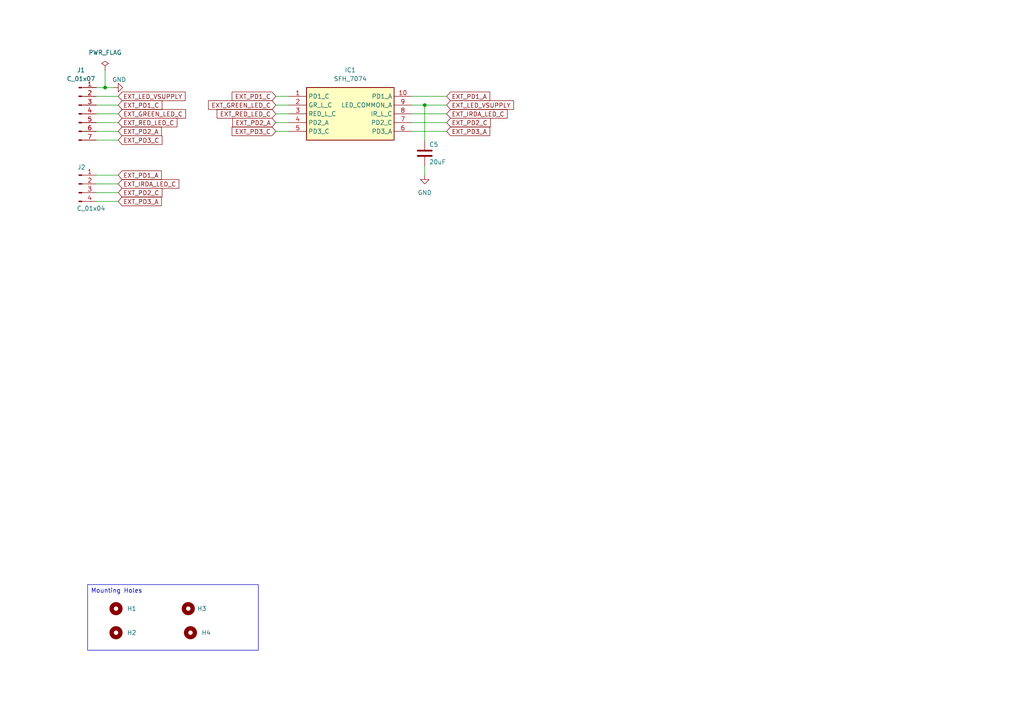
<source format=kicad_sch>
(kicad_sch (version 20231120) (generator "eeschema") (generator_version "8.0")
  (paper "A4")
  (title_block (title "SFH7072 Breakoutboard") (rev "0.1"))
  (lib_symbols
    (symbol "Connector:Conn_01x04_Pin" (pin_names (offset 1.016) hide)
      (property "Reference" "J" (at 0 5.08 0))
      (property "Value" "Conn_01x04_Pin" (at 0 -7.62 0))
      (symbol "Conn_01x04_Pin_1_1"
        (polyline (pts (xy 1.27 -5.08) (xy 0.8636 -5.08)) (stroke (width 0.1524)))
        (polyline (pts (xy 1.27 -2.54) (xy 0.8636 -2.54)) (stroke (width 0.1524)))
        (polyline (pts (xy 1.27 0) (xy 0.8636 0)) (stroke (width 0.1524)))
        (polyline (pts (xy 1.27 2.54) (xy 0.8636 2.54)) (stroke (width 0.1524)))
        (rectangle (start 0.8636 -4.953) (end 0 -5.207) (stroke (width 0.1524)) (fill (type outline)))
        (rectangle (start 0.8636 -2.413) (end 0 -2.667) (stroke (width 0.1524)) (fill (type outline)))
        (rectangle (start 0.8636 0.127) (end 0 -0.127) (stroke (width 0.1524)) (fill (type outline)))
        (rectangle (start 0.8636 2.667) (end 0 2.413) (stroke (width 0.1524)) (fill (type outline)))
        (pin passive line (at 5.08 2.54 180) (length 3.81) (name "Pin_1") (number "1"))
        (pin passive line (at 5.08 0 180) (length 3.81) (name "Pin_2") (number "2"))
        (pin passive line (at 5.08 -2.54 180) (length 3.81) (name "Pin_3") (number "3"))
        (pin passive line (at 5.08 -5.08 180) (length 3.81) (name "Pin_4") (number "4"))
      )
    )
    (symbol "Connector:Conn_01x07_Pin" (pin_names (offset 1.016) hide)
      (property "Reference" "J" (at 0 10.16 0))
      (property "Value" "Conn_01x07_Pin" (at 0 -10.16 0))
      (symbol "Conn_01x07_Pin_1_1"
        (polyline (pts (xy 1.27 -7.62) (xy 0.8636 -7.62)) (stroke (width 0.1524)))
        (polyline (pts (xy 1.27 -5.08) (xy 0.8636 -5.08)) (stroke (width 0.1524)))
        (polyline (pts (xy 1.27 -2.54) (xy 0.8636 -2.54)) (stroke (width 0.1524)))
        (polyline (pts (xy 1.27 0) (xy 0.8636 0)) (stroke (width 0.1524)))
        (polyline (pts (xy 1.27 2.54) (xy 0.8636 2.54)) (stroke (width 0.1524)))
        (polyline (pts (xy 1.27 5.08) (xy 0.8636 5.08)) (stroke (width 0.1524)))
        (polyline (pts (xy 1.27 7.62) (xy 0.8636 7.62)) (stroke (width 0.1524)))
        (rectangle (start 0.8636 -7.493) (end 0 -7.747) (stroke (width 0.1524)) (fill (type outline)))
        (rectangle (start 0.8636 -4.953) (end 0 -5.207) (stroke (width 0.1524)) (fill (type outline)))
        (rectangle (start 0.8636 -2.413) (end 0 -2.667) (stroke (width 0.1524)) (fill (type outline)))
        (rectangle (start 0.8636 0.127) (end 0 -0.127) (stroke (width 0.1524)) (fill (type outline)))
        (rectangle (start 0.8636 2.667) (end 0 2.413) (stroke (width 0.1524)) (fill (type outline)))
        (rectangle (start 0.8636 5.207) (end 0 4.953) (stroke (width 0.1524)) (fill (type outline)))
        (rectangle (start 0.8636 7.747) (end 0 7.493) (stroke (width 0.1524)) (fill (type outline)))
        (pin passive line (at 5.08 7.62 180) (length 3.81) (name "Pin_1") (number "1"))
        (pin passive line (at 5.08 5.08 180) (length 3.81) (name "Pin_2") (number "2"))
        (pin passive line (at 5.08 2.54 180) (length 3.81) (name "Pin_3") (number "3"))
        (pin passive line (at 5.08 0 180) (length 3.81) (name "Pin_4") (number "4"))
        (pin passive line (at 5.08 -2.54 180) (length 3.81) (name "Pin_5") (number "5"))
        (pin passive line (at 5.08 -5.08 180) (length 3.81) (name "Pin_6") (number "6"))
        (pin passive line (at 5.08 -7.62 180) (length 3.81) (name "Pin_7") (number "7"))
      )
    )
    (symbol "Device:C" (pin_numbers hide) (pin_names (offset 0.254))
      (property "Reference" "C" (at 0.635 2.54 0))
      (property "Value" "C" (at 0.635 -2.54 0))
      (symbol "C_0_1"
        (polyline (pts (xy -2.032 -0.762) (xy 2.032 -0.762)) (stroke (width 0.508)))
        (polyline (pts (xy -2.032 0.762) (xy 2.032 0.762)) (stroke (width 0.508)))
      )
      (symbol "C_1_1"
        (pin passive line (at 0 3.81 270) (length 2.794) (name "~") (number "1"))
        (pin passive line (at 0 -3.81 90) (length 2.794) (name "~") (number "2"))
      )
    )
    (symbol "Mechanical:MountingHole" (pin_names (offset 1.016)) (exclude_from_sim yes) (in_bom no)
      (property "Reference" "H" (at 0 5.08 0))
      (property "Value" "MountingHole" (at 0 3.175 0))
      (symbol "MountingHole_0_1"
        (circle (center 0 0) (radius 1.27) (stroke (width 1.27)))
      )
    )
    (symbol "breakoutboard:SFH_7074"
      (property "Reference" "IC" (at -9.652 6.858 0))
      (property "Value" "SFH_7074" (at -9.652 4.572 0))
      (symbol "SFH_7074_1_1"
        (rectangle (start -10.16 2.54) (end 15.24 -12.7) (stroke (width 0.254)) (fill (type background)))
        (pin passive line (at -15.24 0 0) (length 5.08) (name "PD1_C") (number "1"))
        (pin passive line (at 20.32 0 180) (length 5.08) (name "PD1_A") (number "10"))
        (pin passive line (at -15.24 -2.54 0) (length 5.08) (name "GR_L_C") (number "2"))
        (pin passive line (at -15.24 -5.08 0) (length 5.08) (name "RED_L_C") (number "3"))
        (pin passive line (at -15.24 -7.62 0) (length 5.08) (name "PD2_A") (number "4"))
        (pin passive line (at -15.24 -10.16 0) (length 5.08) (name "PD3_C") (number "5"))
        (pin passive line (at 20.32 -10.16 180) (length 5.08) (name "PD3_A") (number "6"))
        (pin passive line (at 20.32 -7.62 180) (length 5.08) (name "PD2_C") (number "7"))
        (pin passive line (at 20.32 -5.08 180) (length 5.08) (name "IR_L_C") (number "8"))
        (pin passive line (at 20.32 -2.54 180) (length 5.08) (name "LED_COMMON_A") (number "9"))
      )
    )
    (symbol "power:GND" (power) (pin_numbers hide) (pin_names (offset 0) hide)
      (property "Value" "GND" (at 0 -3.81 0))
      (symbol "GND_0_1"
        (polyline (pts (xy 0 0) (xy 0 -1.27) (xy 1.27 -1.27) (xy 0 -2.54) (xy -1.27 -1.27) (xy 0 -1.27)))
      )
      (symbol "GND_1_1"
        (pin power_in line (at 0 0 270) (length 0) (name "~") (number "1"))
      )
    )
    (symbol "power:PWR_FLAG" (power) (pin_numbers hide) (pin_names (offset 0) hide)
      (property "Value" "PWR_FLAG" (at 0 3.81 0))
      (symbol "PWR_FLAG_0_0"
        (pin power_out line (at 0 0 90) (length 0) (name "~") (number "1"))
      )
      (symbol "PWR_FLAG_0_1"
        (polyline (pts (xy 0 0) (xy 0 1.27) (xy -1.016 1.905) (xy 0 2.54) (xy 1.016 1.905) (xy 0 1.27)))
      )
    )
  )
  (junction (at 30.48 25.4))
  (junction (at 123.19 30.48))
  (wire (pts (xy 27.94 33.02) (xy 34.29 33.02)))
  (wire (pts (xy 30.48 25.4) (xy 33.02 25.4)))
  (wire (pts (xy 27.94 27.94) (xy 34.29 27.94)))
  (wire (pts (xy 27.94 40.64) (xy 34.29 40.64)))
  (wire (pts (xy 119.38 30.48) (xy 123.19 30.48)))
  (wire (pts (xy 27.94 30.48) (xy 34.29 30.48)))
  (wire (pts (xy 80.01 38.1) (xy 83.82 38.1)))
  (wire (pts (xy 123.19 30.48) (xy 129.54 30.48)))
  (wire (pts (xy 34.29 58.42) (xy 27.94 58.42)))
  (wire (pts (xy 80.01 30.48) (xy 83.82 30.48)))
  (wire (pts (xy 80.01 33.02) (xy 83.82 33.02)))
  (wire (pts (xy 80.01 35.56) (xy 83.82 35.56)))
  (wire (pts (xy 123.19 30.48) (xy 123.19 40.64)))
  (wire (pts (xy 119.38 35.56) (xy 129.54 35.56)))
  (wire (pts (xy 34.29 50.8) (xy 27.94 50.8)))
  (wire (pts (xy 123.19 48.26) (xy 123.19 50.8)))
  (wire (pts (xy 119.38 38.1) (xy 129.54 38.1)))
  (wire (pts (xy 119.38 27.94) (xy 129.54 27.94)))
  (wire (pts (xy 30.48 20.32) (xy 30.48 25.4)))
  (wire (pts (xy 27.94 38.1) (xy 34.29 38.1)))
  (wire (pts (xy 34.29 53.34) (xy 27.94 53.34)))
  (wire (pts (xy 27.94 35.56) (xy 34.29 35.56)))
  (wire (pts (xy 80.01 27.94) (xy 83.82 27.94)))
  (wire (pts (xy 119.38 33.02) (xy 129.54 33.02)))
  (wire (pts (xy 34.29 55.88) (xy 27.94 55.88)))
  (wire (pts (xy 27.94 25.4) (xy 30.48 25.4)))
  (text_box "Mounting Holes" (at 25.4 169.545 0) (size 49.53 19.05) (effects (font (size 1.27 1.27)) (justify left top)))
  (global_label "EXT_GREEN_LED_C" (shape input) (at 80.01 30.48 180) (property "Intersheetrefs" "${INTERSHEET_REFS}" (effects (hide yes))))
  (global_label "EXT_LED_VSUPPLY" (shape input) (at 34.29 27.94 0) (property "Intersheetrefs" "${INTERSHEET_REFS}" (effects (hide yes))))
  (global_label "EXT_PD1_C" (shape input) (at 80.01 27.94 180) (property "Intersheetrefs" "${INTERSHEET_REFS}" (effects (hide yes))))
  (global_label "EXT_PD3_C" (shape input) (at 80.01 38.1 180) (property "Intersheetrefs" "${INTERSHEET_REFS}" (effects (hide yes))))
  (global_label "EXT_PD3_A" (shape input) (at 34.29 58.42 0) (property "Intersheetrefs" "${INTERSHEET_REFS}" (effects (hide yes))))
  (global_label "EXT_PD2_A" (shape input) (at 34.29 38.1 0) (property "Intersheetrefs" "${INTERSHEET_REFS}" (effects (hide yes))))
  (global_label "EXT_RED_LED_C" (shape input) (at 34.29 35.56 0) (property "Intersheetrefs" "${INTERSHEET_REFS}" (effects (hide yes))))
  (global_label "EXT_PD1_A" (shape input) (at 129.54 27.94 0) (property "Intersheetrefs" "${INTERSHEET_REFS}" (effects (hide yes))))
  (global_label "EXT_GREEN_LED_C" (shape input) (at 34.29 33.02 0) (property "Intersheetrefs" "${INTERSHEET_REFS}" (effects (hide yes))))
  (global_label "EXT_LED_VSUPPLY" (shape input) (at 129.54 30.48 0) (property "Intersheetrefs" "${INTERSHEET_REFS}" (effects (hide yes))))
  (global_label "EXT_PD2_C" (shape input) (at 129.54 35.56 0) (property "Intersheetrefs" "${INTERSHEET_REFS}" (effects (hide yes))))
  (global_label "EXT_PD3_C" (shape input) (at 34.29 40.64 0) (property "Intersheetrefs" "${INTERSHEET_REFS}" (effects (hide yes))))
  (global_label "EXT_RED_LED_C" (shape input) (at 80.01 33.02 180) (property "Intersheetrefs" "${INTERSHEET_REFS}" (effects (hide yes))))
  (global_label "EXT_IRDA_LED_C" (shape input) (at 129.54 33.02 0) (property "Intersheetrefs" "${INTERSHEET_REFS}" (effects (hide yes))))
  (global_label "EXT_PD2_A" (shape input) (at 80.01 35.56 180) (property "Intersheetrefs" "${INTERSHEET_REFS}" (effects (hide yes))))
  (global_label "EXT_PD1_C" (shape input) (at 34.29 30.48 0) (property "Intersheetrefs" "${INTERSHEET_REFS}" (effects (hide yes))))
  (global_label "EXT_PD1_A" (shape input) (at 34.29 50.8 0) (property "Intersheetrefs" "${INTERSHEET_REFS}" (effects (hide yes))))
  (global_label "EXT_PD2_C" (shape input) (at 34.29 55.88 0) (property "Intersheetrefs" "${INTERSHEET_REFS}" (effects (hide yes))))
  (global_label "EXT_PD3_A" (shape input) (at 129.54 38.1 0) (property "Intersheetrefs" "${INTERSHEET_REFS}" (effects (hide yes))))
  (global_label "EXT_IRDA_LED_C" (shape input) (at 34.29 53.34 0) (property "Intersheetrefs" "${INTERSHEET_REFS}" (effects (hide yes))))
  (symbol (lib_id "power:GND") (at 123.19 50.8 0) (unit 1)
    (property "Reference" "#PWR01" (effects (hide yes)))
    (property "Value" "GND" (at 123.19 55.88 0))
    (property "Description" "Power symbol creates a global label with name \"GND\" , ground" (effects (hide yes)))
  )
  (symbol (lib_id "Connector:Conn_01x07_Pin") (at 22.86 33.02 0) (unit 1)
    (property "Reference" "J1" (at 23.495 20.32 0))
    (property "Value" "C_01x07" (at 23.495 22.86 0))
    (property "Footprint" "Connector_PinHeader_2.54mm:PinHeader_1x07_P2.54mm_Vertical" (effects (hide yes)))
    (property "Description" "Generic connector, single row, 01x07, script generated" (effects (hide yes)))
  )
  (symbol (lib_id "power:GND") (at 33.02 25.4 90) (unit 1)
    (property "Reference" "#PWR02" (effects (hide yes)))
    (property "Value" "GND" (at 32.512 23.114 90) (effects (justify right)))
    (property "Description" "Power symbol creates a global label with name \"GND\" , ground" (effects (hide yes)))
  )
  (symbol (lib_id "Mechanical:MountingHole") (at 55.245 183.515 0) (unit 1)
    (property "Reference" "H4" (at 58.42 183.5149 0) (effects (justify left)))
    (property "Value" "MountingHole" (effects (hide yes)))
    (property "Footprint" "Connector_PinHeader_1.27mm:PinHeader_1x01_P1.27mm_Vertical" (effects (hide yes)))
    (property "Description" "Mounting Hole without connection" (effects (hide yes)))
  )
  (symbol (lib_id "Mechanical:MountingHole") (at 33.655 176.53 0) (unit 1)
    (property "Reference" "H1" (at 36.83 176.5299 0) (effects (justify left)))
    (property "Value" "MountingHole" (effects (hide yes)))
    (property "Footprint" "Connector_PinHeader_1.27mm:PinHeader_1x01_P1.27mm_Vertical" (effects (hide yes)))
    (property "Description" "Mounting Hole without connection" (effects (hide yes)))
  )
  (symbol (lib_id "Connector:Conn_01x04_Pin") (at 22.86 53.34 0) (unit 1)
    (property "Reference" "J2" (at 23.622 48.514 0))
    (property "Value" "C_01x04" (at 26.416 60.452 0))
    (property "Footprint" "Connector_PinHeader_2.54mm:PinHeader_1x04_P2.54mm_Vertical" (effects (hide yes)))
    (property "Description" "Generic connector, single row, 01x04, script generated" (effects (hide yes)))
  )
  (symbol (lib_id "Device:C") (at 123.19 44.45 0) (unit 1)
    (property "Reference" "C5" (at 124.46 41.91 0) (effects (justify left)))
    (property "Value" "20uF" (at 124.46 46.99 0) (effects (justify left)))
    (property "Footprint" "Capacitor_SMD:C_0603_1608Metric" (effects (hide yes)))
    (property "Description" "Unpolarized capacitor" (effects (hide yes)))
  )
  (symbol (lib_id "Mechanical:MountingHole") (at 54.61 176.53 0) (unit 1)
    (property "Reference" "H3" (at 57.15 176.5299 0) (effects (justify left)))
    (property "Value" "MountingHole" (effects (hide yes)))
    (property "Footprint" "Connector_PinHeader_1.27mm:PinHeader_1x01_P1.27mm_Vertical" (effects (hide yes)))
    (property "Description" "Mounting Hole without connection" (effects (hide yes)))
  )
  (symbol (lib_id "breakoutboard:SFH_7074") (at 99.06 27.94 0) (unit 1)
    (property "Reference" "IC1" (at 101.6 20.32 0))
    (property "Value" "SFH_7074" (at 101.6 22.86 0))
    (property "Footprint" "breakoutboard:SFH7074" (effects (hide yes)))
    (property "Datasheet" "https://look.ams-osram.com/m/19bbfcad1aed2045/original/SFH-7074.pdf" (effects (hide yes)))
    (property "Description" "Biometric Sensors CoB - BIOFY SFH 7074" (effects (hide yes)))
    (property "Height" "0.8" (effects (hide yes)))
    (property "Mouser Part Number" "720-SFH7074" (effects (hide yes)))
    (property "Mouser Price/Stock" "https://www.mouser.co.uk/ProductDetail/ams-OSRAM/SFH-7074?qs=1Kr7Jg1SGW%2FnDWPhnjh03A%3D%3D" (effects (hide yes)))
    (property "Manufacturer_Name" "ams OSRAM" (effects (hide yes)))
    (property "Manufacturer_Part_Number" "SFH 7074" (effects (hide yes)))
  )
  (symbol (lib_id "Mechanical:MountingHole") (at 33.655 183.515 0) (unit 1)
    (property "Reference" "H2" (at 36.83 183.5149 0) (effects (justify left)))
    (property "Value" "MountingHole" (effects (hide yes)))
    (property "Footprint" "Connector_PinHeader_1.27mm:PinHeader_1x01_P1.27mm_Vertical" (effects (hide yes)))
    (property "Description" "Mounting Hole without connection" (effects (hide yes)))
  )
  (symbol (lib_id "power:PWR_FLAG") (at 30.48 20.32 0) (unit 1)
    (property "Reference" "#FLG01" (effects (hide yes)))
    (property "Value" "PWR_FLAG" (at 30.48 15.24 0))
    (property "Description" "Special symbol for telling ERC where power comes from" (effects (hide yes)))
  )
)
</source>
